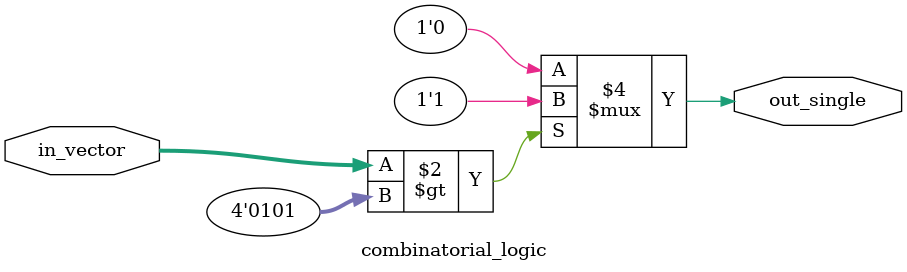
<source format=sv>
module combinatorial_logic (
    input logic [3:0] in_vector,
    output logic out_single
);
    always_comb begin
        if (in_vector > 4'd5) begin
            out_single = 1'b1;
        end else begin
            out_single = 1'b0;
        end
    end
endmodule


</source>
